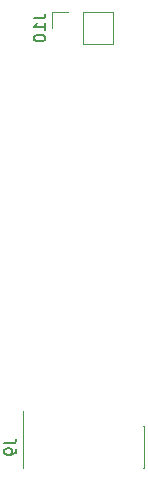
<source format=gbo>
%TF.GenerationSoftware,KiCad,Pcbnew,6.0.6-3a73a75311~116~ubuntu20.04.1*%
%TF.CreationDate,2022-09-22T10:25:09+01:00*%
%TF.ProjectId,UFOPulse,55464f50-756c-4736-952e-6b696361645f,rev?*%
%TF.SameCoordinates,Original*%
%TF.FileFunction,Legend,Bot*%
%TF.FilePolarity,Positive*%
%FSLAX46Y46*%
G04 Gerber Fmt 4.6, Leading zero omitted, Abs format (unit mm)*
G04 Created by KiCad (PCBNEW 6.0.6-3a73a75311~116~ubuntu20.04.1) date 2022-09-22 10:25:09*
%MOMM*%
%LPD*%
G01*
G04 APERTURE LIST*
%ADD10C,0.150000*%
%ADD11C,0.120000*%
G04 APERTURE END LIST*
D10*
%TO.C,J9*%
X133757380Y-119016666D02*
X134471666Y-119016666D01*
X134614523Y-118969047D01*
X134709761Y-118873809D01*
X134757380Y-118730952D01*
X134757380Y-118635714D01*
X134757380Y-119540476D02*
X134757380Y-119730952D01*
X134709761Y-119826190D01*
X134662142Y-119873809D01*
X134519285Y-119969047D01*
X134328809Y-120016666D01*
X133947857Y-120016666D01*
X133852619Y-119969047D01*
X133805000Y-119921428D01*
X133757380Y-119826190D01*
X133757380Y-119635714D01*
X133805000Y-119540476D01*
X133852619Y-119492857D01*
X133947857Y-119445238D01*
X134185952Y-119445238D01*
X134281190Y-119492857D01*
X134328809Y-119540476D01*
X134376428Y-119635714D01*
X134376428Y-119826190D01*
X134328809Y-119921428D01*
X134281190Y-119969047D01*
X134185952Y-120016666D01*
%TO.C,J10*%
X136227380Y-83060476D02*
X136941666Y-83060476D01*
X137084523Y-83012857D01*
X137179761Y-82917619D01*
X137227380Y-82774761D01*
X137227380Y-82679523D01*
X137227380Y-84060476D02*
X137227380Y-83489047D01*
X137227380Y-83774761D02*
X136227380Y-83774761D01*
X136370238Y-83679523D01*
X136465476Y-83584285D01*
X136513095Y-83489047D01*
X136227380Y-84679523D02*
X136227380Y-84774761D01*
X136275000Y-84870000D01*
X136322619Y-84917619D01*
X136417857Y-84965238D01*
X136608333Y-85012857D01*
X136846428Y-85012857D01*
X137036904Y-84965238D01*
X137132142Y-84917619D01*
X137179761Y-84870000D01*
X137227380Y-84774761D01*
X137227380Y-84679523D01*
X137179761Y-84584285D01*
X137132142Y-84536666D01*
X137036904Y-84489047D01*
X136846428Y-84441428D01*
X136608333Y-84441428D01*
X136417857Y-84489047D01*
X136322619Y-84536666D01*
X136275000Y-84584285D01*
X136227380Y-84679523D01*
D11*
%TO.C,J9*%
X135370000Y-116260000D02*
X135370000Y-117585000D01*
X135305000Y-121115000D02*
X135370000Y-121115000D01*
X135305000Y-117585000D02*
X135305000Y-121115000D01*
X145520000Y-121115000D02*
X145585000Y-121115000D01*
X145520000Y-117585000D02*
X145585000Y-117585000D01*
X145585000Y-117585000D02*
X145585000Y-121115000D01*
X135305000Y-117585000D02*
X135370000Y-117585000D01*
%TO.C,J10*%
X142975000Y-82540000D02*
X142975000Y-85200000D01*
X140375000Y-82540000D02*
X142975000Y-82540000D01*
X137775000Y-82540000D02*
X137775000Y-83870000D01*
X140375000Y-85200000D02*
X142975000Y-85200000D01*
X140375000Y-82540000D02*
X140375000Y-85200000D01*
X139105000Y-82540000D02*
X137775000Y-82540000D01*
%TD*%
M02*

</source>
